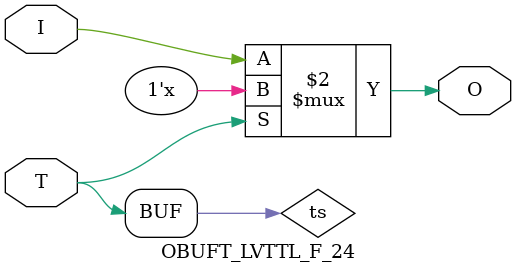
<source format=v>

/*

FUNCTION	: TRI-STATE OUTPUT BUFFER

*/

`celldefine
`timescale  100 ps / 10 ps

module OBUFT_LVTTL_F_24 (O, I, T);

    output O;

    input  I, T;

    or O1 (ts, 1'b0, T);
    bufif0 T1 (O, I, ts);

endmodule

</source>
